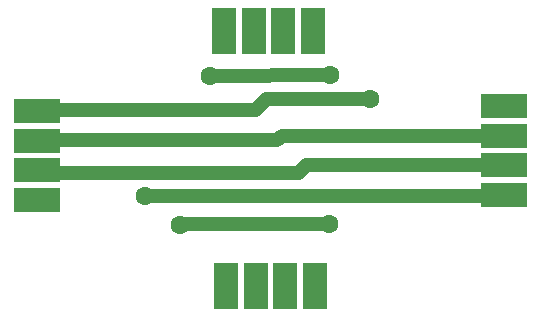
<source format=gbl>
G04 Layer_Physical_Order=3*
G04 Layer_Color=16711680*
%FSLAX44Y44*%
%MOMM*%
G71*
G01*
G75*
%ADD10R,4.0000X2.0000*%
%ADD11R,2.0000X4.0000*%
%ADD12C,1.2000*%
%ADD13C,1.6000*%
D10*
X722250Y837500D02*
D03*
Y862500D02*
D03*
Y887500D02*
D03*
Y912500D02*
D03*
X1118250Y841500D02*
D03*
Y866500D02*
D03*
Y891500D02*
D03*
Y916500D02*
D03*
D11*
X882750Y764500D02*
D03*
X907750D02*
D03*
X932750D02*
D03*
X957750D02*
D03*
X956000Y980000D02*
D03*
X931000D02*
D03*
X906000D02*
D03*
X881000D02*
D03*
D12*
X843750Y816000D02*
X844750Y817000D01*
X970250D01*
X944250Y860000D02*
X950750Y866500D01*
X1104500D01*
X1112750Y888250D02*
X1109250Y891750D01*
X930250D01*
X926250Y887750D01*
X724500D01*
X722250Y890000D01*
X728750Y913500D02*
X907750D01*
X916750Y922500D01*
X1005000D01*
X970750Y943000D02*
X869250Y942500D01*
X813750Y840750D02*
X1112750D01*
X944250Y860000D02*
X722250D01*
D13*
X843750Y816000D02*
D03*
X813750Y840750D02*
D03*
X869250Y942500D02*
D03*
X970750Y943000D02*
D03*
X1005000Y922500D02*
D03*
X970250Y817000D02*
D03*
M02*

</source>
